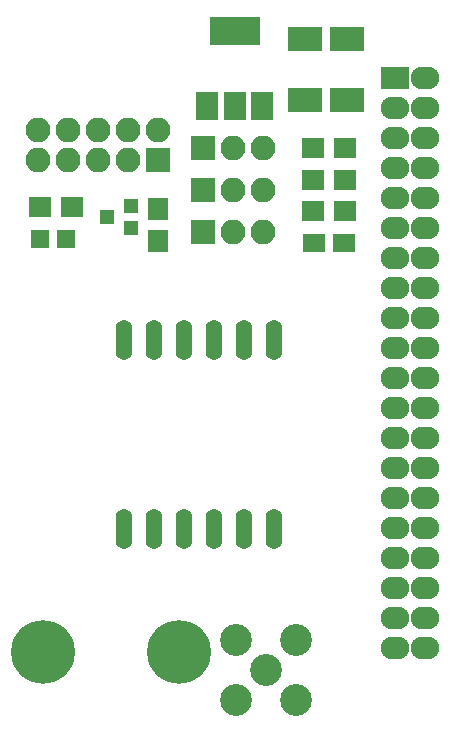
<source format=gbr>
G04 #@! TF.FileFunction,Soldermask,Top*
%FSLAX46Y46*%
G04 Gerber Fmt 4.6, Leading zero omitted, Abs format (unit mm)*
G04 Created by KiCad (PCBNEW 4.0.6) date 09/07/17 10:38:29*
%MOMM*%
%LPD*%
G01*
G04 APERTURE LIST*
%ADD10C,0.100000*%
%ADD11R,1.600000X1.600000*%
%ADD12O,1.400000X3.400000*%
%ADD13R,2.400000X1.924000*%
%ADD14O,2.400000X1.924000*%
%ADD15R,3.000000X2.000000*%
%ADD16R,1.900000X1.650000*%
%ADD17R,2.100000X2.100000*%
%ADD18O,2.100000X2.100000*%
%ADD19R,1.300000X1.200000*%
%ADD20R,1.700000X1.900000*%
%ADD21R,1.900000X1.700000*%
%ADD22R,4.200000X2.400000*%
%ADD23R,1.900000X2.400000*%
%ADD24C,2.700000*%
%ADD25C,5.400000*%
G04 APERTURE END LIST*
D10*
D11*
X133815000Y-76517500D03*
X131615000Y-76517500D03*
D12*
X151384000Y-85090000D03*
X148844000Y-85090000D03*
X146304000Y-85090000D03*
X143764000Y-85090000D03*
X141224000Y-85090000D03*
X138684000Y-85090000D03*
X138684000Y-101090000D03*
X141224000Y-101090000D03*
X143764000Y-101090000D03*
X146304000Y-101090000D03*
X148844000Y-101090000D03*
X151384000Y-101090000D03*
D13*
X161671000Y-62865000D03*
D14*
X164211000Y-62865000D03*
X161671000Y-75565000D03*
X164211000Y-65405000D03*
X161671000Y-78105000D03*
X164211000Y-67945000D03*
X161671000Y-80645000D03*
X164211000Y-70485000D03*
X161671000Y-83185000D03*
X164211000Y-73025000D03*
X161671000Y-85725000D03*
X164211000Y-75565000D03*
X161671000Y-88265000D03*
X164211000Y-78105000D03*
X161671000Y-90805000D03*
X164211000Y-80645000D03*
X161671000Y-93345000D03*
X164211000Y-83185000D03*
X161671000Y-95885000D03*
X164211000Y-85725000D03*
X161671000Y-98425000D03*
X164211000Y-88265000D03*
X161671000Y-100965000D03*
X164211000Y-90805000D03*
X164211000Y-93345000D03*
X161671000Y-103505000D03*
X164211000Y-95885000D03*
X164211000Y-100965000D03*
X164211000Y-103505000D03*
X164211000Y-106045000D03*
X164211000Y-108585000D03*
X161671000Y-106045000D03*
X161671000Y-108585000D03*
X161671000Y-65405000D03*
X161671000Y-67945000D03*
X161671000Y-70485000D03*
X161671000Y-73025000D03*
X161671000Y-111125000D03*
X164211000Y-111125000D03*
X164211000Y-98425000D03*
D15*
X154029000Y-64770000D03*
X157629000Y-64770000D03*
X154029000Y-59563000D03*
X157629000Y-59563000D03*
D16*
X154833000Y-76835000D03*
X157333000Y-76835000D03*
D17*
X145415000Y-68834000D03*
D18*
X147955000Y-68834000D03*
X150495000Y-68834000D03*
D17*
X145415000Y-75946000D03*
D18*
X147955000Y-75946000D03*
X150495000Y-75946000D03*
D17*
X145415000Y-72390000D03*
D18*
X147955000Y-72390000D03*
X150495000Y-72390000D03*
D17*
X141605000Y-69850000D03*
D18*
X141605000Y-67310000D03*
X139065000Y-69850000D03*
X139065000Y-67310000D03*
X136525000Y-69850000D03*
X136525000Y-67310000D03*
X133985000Y-69850000D03*
X133985000Y-67310000D03*
X131445000Y-69850000D03*
X131445000Y-67310000D03*
D19*
X139303000Y-75626000D03*
X139303000Y-73726000D03*
X137303000Y-74676000D03*
D20*
X141605000Y-74024500D03*
X141605000Y-76724500D03*
D21*
X157433000Y-68834000D03*
X154733000Y-68834000D03*
X157433000Y-74168000D03*
X154733000Y-74168000D03*
X157433000Y-71501000D03*
X154733000Y-71501000D03*
D22*
X148082000Y-58953000D03*
D23*
X148082000Y-65253000D03*
X150382000Y-65253000D03*
X145782000Y-65253000D03*
D21*
X134319000Y-73850500D03*
X131619000Y-73850500D03*
D24*
X150749000Y-112979200D03*
X153289000Y-110439200D03*
X148209000Y-110439200D03*
X148209000Y-115519200D03*
X153289000Y-115519200D03*
D25*
X143383000Y-111506000D03*
X131826000Y-111506000D03*
M02*

</source>
